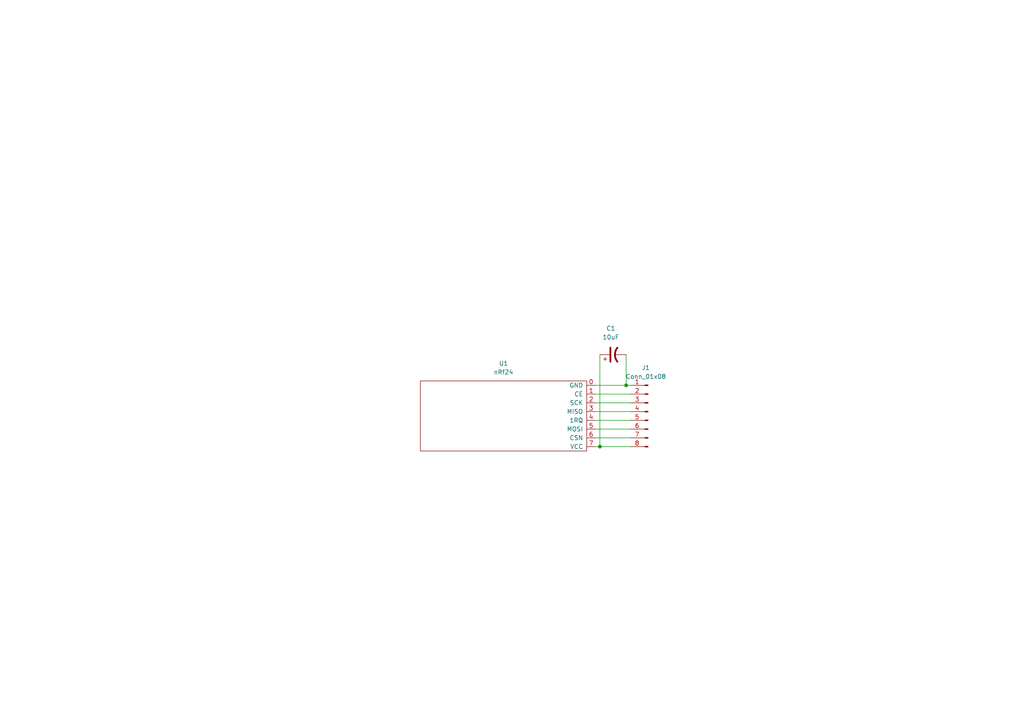
<source format=kicad_sch>
(kicad_sch
	(version 20241209)
	(generator "eeschema")
	(generator_version "9.0")
	(uuid "a747b374-554c-4b88-8bb6-64e406b1d65b")
	(paper "A4")
	(lib_symbols
		(symbol "Connector:Conn_01x08_Pin"
			(pin_names
				(offset 1.016)
				(hide yes)
			)
			(exclude_from_sim no)
			(in_bom yes)
			(on_board yes)
			(property "Reference" "J"
				(at 0 10.16 0)
				(effects
					(font
						(size 1.27 1.27)
					)
				)
			)
			(property "Value" "Conn_01x08_Pin"
				(at 0 -12.7 0)
				(effects
					(font
						(size 1.27 1.27)
					)
				)
			)
			(property "Footprint" ""
				(at 0 0 0)
				(effects
					(font
						(size 1.27 1.27)
					)
					(hide yes)
				)
			)
			(property "Datasheet" "~"
				(at 0 0 0)
				(effects
					(font
						(size 1.27 1.27)
					)
					(hide yes)
				)
			)
			(property "Description" "Generic connector, single row, 01x08, script generated"
				(at 0 0 0)
				(effects
					(font
						(size 1.27 1.27)
					)
					(hide yes)
				)
			)
			(property "ki_locked" ""
				(at 0 0 0)
				(effects
					(font
						(size 1.27 1.27)
					)
				)
			)
			(property "ki_keywords" "connector"
				(at 0 0 0)
				(effects
					(font
						(size 1.27 1.27)
					)
					(hide yes)
				)
			)
			(property "ki_fp_filters" "Connector*:*_1x??_*"
				(at 0 0 0)
				(effects
					(font
						(size 1.27 1.27)
					)
					(hide yes)
				)
			)
			(symbol "Conn_01x08_Pin_1_1"
				(rectangle
					(start 0.8636 7.747)
					(end 0 7.493)
					(stroke
						(width 0.1524)
						(type default)
					)
					(fill
						(type outline)
					)
				)
				(rectangle
					(start 0.8636 5.207)
					(end 0 4.953)
					(stroke
						(width 0.1524)
						(type default)
					)
					(fill
						(type outline)
					)
				)
				(rectangle
					(start 0.8636 2.667)
					(end 0 2.413)
					(stroke
						(width 0.1524)
						(type default)
					)
					(fill
						(type outline)
					)
				)
				(rectangle
					(start 0.8636 0.127)
					(end 0 -0.127)
					(stroke
						(width 0.1524)
						(type default)
					)
					(fill
						(type outline)
					)
				)
				(rectangle
					(start 0.8636 -2.413)
					(end 0 -2.667)
					(stroke
						(width 0.1524)
						(type default)
					)
					(fill
						(type outline)
					)
				)
				(rectangle
					(start 0.8636 -4.953)
					(end 0 -5.207)
					(stroke
						(width 0.1524)
						(type default)
					)
					(fill
						(type outline)
					)
				)
				(rectangle
					(start 0.8636 -7.493)
					(end 0 -7.747)
					(stroke
						(width 0.1524)
						(type default)
					)
					(fill
						(type outline)
					)
				)
				(rectangle
					(start 0.8636 -10.033)
					(end 0 -10.287)
					(stroke
						(width 0.1524)
						(type default)
					)
					(fill
						(type outline)
					)
				)
				(polyline
					(pts
						(xy 1.27 7.62) (xy 0.8636 7.62)
					)
					(stroke
						(width 0.1524)
						(type default)
					)
					(fill
						(type none)
					)
				)
				(polyline
					(pts
						(xy 1.27 5.08) (xy 0.8636 5.08)
					)
					(stroke
						(width 0.1524)
						(type default)
					)
					(fill
						(type none)
					)
				)
				(polyline
					(pts
						(xy 1.27 2.54) (xy 0.8636 2.54)
					)
					(stroke
						(width 0.1524)
						(type default)
					)
					(fill
						(type none)
					)
				)
				(polyline
					(pts
						(xy 1.27 0) (xy 0.8636 0)
					)
					(stroke
						(width 0.1524)
						(type default)
					)
					(fill
						(type none)
					)
				)
				(polyline
					(pts
						(xy 1.27 -2.54) (xy 0.8636 -2.54)
					)
					(stroke
						(width 0.1524)
						(type default)
					)
					(fill
						(type none)
					)
				)
				(polyline
					(pts
						(xy 1.27 -5.08) (xy 0.8636 -5.08)
					)
					(stroke
						(width 0.1524)
						(type default)
					)
					(fill
						(type none)
					)
				)
				(polyline
					(pts
						(xy 1.27 -7.62) (xy 0.8636 -7.62)
					)
					(stroke
						(width 0.1524)
						(type default)
					)
					(fill
						(type none)
					)
				)
				(polyline
					(pts
						(xy 1.27 -10.16) (xy 0.8636 -10.16)
					)
					(stroke
						(width 0.1524)
						(type default)
					)
					(fill
						(type none)
					)
				)
				(pin passive line
					(at 5.08 7.62 180)
					(length 3.81)
					(name "Pin_1"
						(effects
							(font
								(size 1.27 1.27)
							)
						)
					)
					(number "1"
						(effects
							(font
								(size 1.27 1.27)
							)
						)
					)
				)
				(pin passive line
					(at 5.08 5.08 180)
					(length 3.81)
					(name "Pin_2"
						(effects
							(font
								(size 1.27 1.27)
							)
						)
					)
					(number "2"
						(effects
							(font
								(size 1.27 1.27)
							)
						)
					)
				)
				(pin passive line
					(at 5.08 2.54 180)
					(length 3.81)
					(name "Pin_3"
						(effects
							(font
								(size 1.27 1.27)
							)
						)
					)
					(number "3"
						(effects
							(font
								(size 1.27 1.27)
							)
						)
					)
				)
				(pin passive line
					(at 5.08 0 180)
					(length 3.81)
					(name "Pin_4"
						(effects
							(font
								(size 1.27 1.27)
							)
						)
					)
					(number "4"
						(effects
							(font
								(size 1.27 1.27)
							)
						)
					)
				)
				(pin passive line
					(at 5.08 -2.54 180)
					(length 3.81)
					(name "Pin_5"
						(effects
							(font
								(size 1.27 1.27)
							)
						)
					)
					(number "5"
						(effects
							(font
								(size 1.27 1.27)
							)
						)
					)
				)
				(pin passive line
					(at 5.08 -5.08 180)
					(length 3.81)
					(name "Pin_6"
						(effects
							(font
								(size 1.27 1.27)
							)
						)
					)
					(number "6"
						(effects
							(font
								(size 1.27 1.27)
							)
						)
					)
				)
				(pin passive line
					(at 5.08 -7.62 180)
					(length 3.81)
					(name "Pin_7"
						(effects
							(font
								(size 1.27 1.27)
							)
						)
					)
					(number "7"
						(effects
							(font
								(size 1.27 1.27)
							)
						)
					)
				)
				(pin passive line
					(at 5.08 -10.16 180)
					(length 3.81)
					(name "Pin_8"
						(effects
							(font
								(size 1.27 1.27)
							)
						)
					)
					(number "8"
						(effects
							(font
								(size 1.27 1.27)
							)
						)
					)
				)
			)
			(embedded_fonts no)
		)
		(symbol "Device:C_Polarized_US"
			(pin_numbers
				(hide yes)
			)
			(pin_names
				(offset 0.254)
				(hide yes)
			)
			(exclude_from_sim no)
			(in_bom yes)
			(on_board yes)
			(property "Reference" "C"
				(at 0.635 2.54 0)
				(effects
					(font
						(size 1.27 1.27)
					)
					(justify left)
				)
			)
			(property "Value" "C_Polarized_US"
				(at 0.635 -2.54 0)
				(effects
					(font
						(size 1.27 1.27)
					)
					(justify left)
				)
			)
			(property "Footprint" ""
				(at 0 0 0)
				(effects
					(font
						(size 1.27 1.27)
					)
					(hide yes)
				)
			)
			(property "Datasheet" "~"
				(at 0 0 0)
				(effects
					(font
						(size 1.27 1.27)
					)
					(hide yes)
				)
			)
			(property "Description" "Polarized capacitor, US symbol"
				(at 0 0 0)
				(effects
					(font
						(size 1.27 1.27)
					)
					(hide yes)
				)
			)
			(property "ki_keywords" "cap capacitor"
				(at 0 0 0)
				(effects
					(font
						(size 1.27 1.27)
					)
					(hide yes)
				)
			)
			(property "ki_fp_filters" "CP_*"
				(at 0 0 0)
				(effects
					(font
						(size 1.27 1.27)
					)
					(hide yes)
				)
			)
			(symbol "C_Polarized_US_0_1"
				(polyline
					(pts
						(xy -2.032 0.762) (xy 2.032 0.762)
					)
					(stroke
						(width 0.508)
						(type default)
					)
					(fill
						(type none)
					)
				)
				(polyline
					(pts
						(xy -1.778 2.286) (xy -0.762 2.286)
					)
					(stroke
						(width 0)
						(type default)
					)
					(fill
						(type none)
					)
				)
				(polyline
					(pts
						(xy -1.27 1.778) (xy -1.27 2.794)
					)
					(stroke
						(width 0)
						(type default)
					)
					(fill
						(type none)
					)
				)
				(arc
					(start -2.032 -1.27)
					(mid 0 -0.5572)
					(end 2.032 -1.27)
					(stroke
						(width 0.508)
						(type default)
					)
					(fill
						(type none)
					)
				)
			)
			(symbol "C_Polarized_US_1_1"
				(pin passive line
					(at 0 3.81 270)
					(length 2.794)
					(name "~"
						(effects
							(font
								(size 1.27 1.27)
							)
						)
					)
					(number "1"
						(effects
							(font
								(size 1.27 1.27)
							)
						)
					)
				)
				(pin passive line
					(at 0 -3.81 90)
					(length 3.302)
					(name "~"
						(effects
							(font
								(size 1.27 1.27)
							)
						)
					)
					(number "2"
						(effects
							(font
								(size 1.27 1.27)
							)
						)
					)
				)
			)
			(embedded_fonts no)
		)
		(symbol "Newparts:My_nRF24"
			(pin_names
				(offset 1.016)
			)
			(exclude_from_sim no)
			(in_bom yes)
			(on_board yes)
			(property "Reference" "U"
				(at 20.828 -9.906 0)
				(effects
					(font
						(size 1.27 1.27)
					)
				)
			)
			(property "Value" "nRf24"
				(at 20.828 23.114 0)
				(effects
					(font
						(size 1.27 1.27)
					)
				)
			)
			(property "Footprint" ""
				(at 0 0 0)
				(effects
					(font
						(size 1.27 1.27)
					)
					(hide yes)
				)
			)
			(property "Datasheet" ""
				(at 0 0 0)
				(effects
					(font
						(size 1.27 1.27)
					)
					(hide yes)
				)
			)
			(property "Description" ""
				(at 0 0 0)
				(effects
					(font
						(size 1.27 1.27)
					)
					(hide yes)
				)
			)
			(symbol "My_nRF24_0_1"
				(rectangle
					(start -2.54 21.59)
					(end 45.72 1.27)
					(stroke
						(width 0)
						(type default)
					)
					(fill
						(type none)
					)
				)
			)
			(symbol "My_nRF24_1_1"
				(pin input line
					(at 48.26 20.32 180)
					(length 2.54)
					(name "GND"
						(effects
							(font
								(size 1.27 1.27)
							)
						)
					)
					(number "0"
						(effects
							(font
								(size 1.27 1.27)
							)
						)
					)
				)
				(pin input line
					(at 48.26 17.78 180)
					(length 2.54)
					(name "CE"
						(effects
							(font
								(size 1.27 1.27)
							)
						)
					)
					(number "1"
						(effects
							(font
								(size 1.27 1.27)
							)
						)
					)
				)
				(pin input line
					(at 48.26 15.24 180)
					(length 2.54)
					(name "SCK"
						(effects
							(font
								(size 1.27 1.27)
							)
						)
					)
					(number "2"
						(effects
							(font
								(size 1.27 1.27)
							)
						)
					)
				)
				(pin input line
					(at 48.26 12.7 180)
					(length 2.54)
					(name "MISO"
						(effects
							(font
								(size 1.27 1.27)
							)
						)
					)
					(number "3"
						(effects
							(font
								(size 1.27 1.27)
							)
						)
					)
				)
				(pin input line
					(at 48.26 10.16 180)
					(length 2.54)
					(name "1RQ"
						(effects
							(font
								(size 1.27 1.27)
							)
						)
					)
					(number "4"
						(effects
							(font
								(size 1.27 1.27)
							)
						)
					)
				)
				(pin input line
					(at 48.26 7.62 180)
					(length 2.54)
					(name "MOSI"
						(effects
							(font
								(size 1.27 1.27)
							)
						)
					)
					(number "5"
						(effects
							(font
								(size 1.27 1.27)
							)
						)
					)
				)
				(pin input line
					(at 48.26 5.08 180)
					(length 2.54)
					(name "CSN"
						(effects
							(font
								(size 1.27 1.27)
							)
						)
					)
					(number "6"
						(effects
							(font
								(size 1.27 1.27)
							)
						)
					)
				)
				(pin input line
					(at 48.26 2.54 180)
					(length 2.54)
					(name "VCC"
						(effects
							(font
								(size 1.27 1.27)
							)
						)
					)
					(number "7"
						(effects
							(font
								(size 1.27 1.27)
							)
						)
					)
				)
			)
			(embedded_fonts no)
		)
	)
	(junction
		(at 181.61 111.76)
		(diameter 0)
		(color 0 0 0 0)
		(uuid "1b429852-61d5-4358-a1ba-003c9aa46054")
	)
	(junction
		(at 173.99 129.54)
		(diameter 0)
		(color 0 0 0 0)
		(uuid "8543f5cc-78c2-4503-884b-e67410d819fe")
	)
	(wire
		(pts
			(xy 173.99 129.54) (xy 182.88 129.54)
		)
		(stroke
			(width 0)
			(type default)
		)
		(uuid "1212e24b-a43f-4776-acb6-19761b2232f9")
	)
	(wire
		(pts
			(xy 172.72 124.46) (xy 182.88 124.46)
		)
		(stroke
			(width 0)
			(type default)
		)
		(uuid "277ab85c-eeb7-45e7-98f1-cce1240d3cab")
	)
	(wire
		(pts
			(xy 172.72 111.76) (xy 181.61 111.76)
		)
		(stroke
			(width 0)
			(type default)
		)
		(uuid "27d7a131-2a42-469e-9c35-04d8b47d72d4")
	)
	(wire
		(pts
			(xy 173.99 102.87) (xy 173.99 129.54)
		)
		(stroke
			(width 0)
			(type default)
		)
		(uuid "3382f6cf-565e-4cc3-9a0d-97802a6323a1")
	)
	(wire
		(pts
			(xy 172.72 121.92) (xy 182.88 121.92)
		)
		(stroke
			(width 0)
			(type default)
		)
		(uuid "41df500d-ca80-4b33-830b-81afc5f9834a")
	)
	(wire
		(pts
			(xy 172.72 119.38) (xy 182.88 119.38)
		)
		(stroke
			(width 0)
			(type default)
		)
		(uuid "454bbfc3-18e7-4ad7-aebf-f8d3ad6c3d8b")
	)
	(wire
		(pts
			(xy 181.61 111.76) (xy 182.88 111.76)
		)
		(stroke
			(width 0)
			(type default)
		)
		(uuid "560aa9a5-11b2-4029-9ee6-06bb46b56dc4")
	)
	(wire
		(pts
			(xy 172.72 114.3) (xy 182.88 114.3)
		)
		(stroke
			(width 0)
			(type default)
		)
		(uuid "9a59fe44-d51f-4300-b57b-dc5704a31f41")
	)
	(wire
		(pts
			(xy 172.72 116.84) (xy 182.88 116.84)
		)
		(stroke
			(width 0)
			(type default)
		)
		(uuid "cf6ee8cf-27bb-4060-9203-860c0067986f")
	)
	(wire
		(pts
			(xy 181.61 102.87) (xy 181.61 111.76)
		)
		(stroke
			(width 0)
			(type default)
		)
		(uuid "d832bc17-2ec3-44c8-b533-789200d91262")
	)
	(wire
		(pts
			(xy 172.72 129.54) (xy 173.99 129.54)
		)
		(stroke
			(width 0)
			(type default)
		)
		(uuid "da8d4847-31e7-4cec-9c2a-ba9cc38bf0f5")
	)
	(wire
		(pts
			(xy 172.72 127) (xy 182.88 127)
		)
		(stroke
			(width 0)
			(type default)
		)
		(uuid "e9c72048-9607-49c9-9340-efc6c6a4daad")
	)
	(symbol
		(lib_id "Connector:Conn_01x08_Pin")
		(at 187.96 119.38 0)
		(mirror y)
		(unit 1)
		(exclude_from_sim no)
		(in_bom yes)
		(on_board yes)
		(dnp no)
		(uuid "7c3ea47c-ecfb-40dc-918d-b09302b9640b")
		(property "Reference" "J1"
			(at 187.325 106.68 0)
			(effects
				(font
					(size 1.27 1.27)
				)
			)
		)
		(property "Value" "Conn_01x08"
			(at 187.325 109.22 0)
			(effects
				(font
					(size 1.27 1.27)
				)
			)
		)
		(property "Footprint" "Connector_PinSocket_2.54mm:PinSocket_1x08_P2.54mm_Vertical"
			(at 187.96 119.38 0)
			(effects
				(font
					(size 1.27 1.27)
				)
				(hide yes)
			)
		)
		(property "Datasheet" "~"
			(at 187.96 119.38 0)
			(effects
				(font
					(size 1.27 1.27)
				)
				(hide yes)
			)
		)
		(property "Description" "Generic connector, single row, 01x08, script generated"
			(at 187.96 119.38 0)
			(effects
				(font
					(size 1.27 1.27)
				)
				(hide yes)
			)
		)
		(pin "8"
			(uuid "0c1ff513-03e9-47d5-935a-ed0bf2cea5e9")
		)
		(pin "7"
			(uuid "4eff318a-48a7-45f7-95c3-11f5126adbaf")
		)
		(pin "4"
			(uuid "d5a642d2-8ee5-46fa-8554-6dc658e2818d")
		)
		(pin "5"
			(uuid "c9fbb3e6-3119-4769-bfea-11bb05c96a34")
		)
		(pin "1"
			(uuid "e5dcd428-8e8c-4b86-98f8-b09abf2b6970")
		)
		(pin "6"
			(uuid "616be994-713b-453a-846d-db987617f3db")
		)
		(pin "3"
			(uuid "5aa6b36a-5b87-45d6-9a73-f4f71d4c7191")
		)
		(pin "2"
			(uuid "02174f1d-9ba7-455e-b38e-579b132677cc")
		)
		(instances
			(project ""
				(path "/a747b374-554c-4b88-8bb6-64e406b1d65b"
					(reference "J1")
					(unit 1)
				)
			)
		)
	)
	(symbol
		(lib_id "Device:C_Polarized_US")
		(at 177.8 102.87 90)
		(unit 1)
		(exclude_from_sim no)
		(in_bom yes)
		(on_board yes)
		(dnp no)
		(uuid "9aaf012c-5f13-4bd9-a152-8e2f5683a613")
		(property "Reference" "C1"
			(at 177.165 95.25 90)
			(effects
				(font
					(size 1.27 1.27)
				)
			)
		)
		(property "Value" "10uF"
			(at 177.165 97.79 90)
			(effects
				(font
					(size 1.27 1.27)
				)
			)
		)
		(property "Footprint" "Capacitor_THT:CP_Radial_D10.0mm_P5.00mm"
			(at 177.8 102.87 0)
			(effects
				(font
					(size 1.27 1.27)
				)
				(hide yes)
			)
		)
		(property "Datasheet" "~"
			(at 177.8 102.87 0)
			(effects
				(font
					(size 1.27 1.27)
				)
				(hide yes)
			)
		)
		(property "Description" "Polarized capacitor, US symbol"
			(at 177.8 102.87 0)
			(effects
				(font
					(size 1.27 1.27)
				)
				(hide yes)
			)
		)
		(pin "2"
			(uuid "bb7db92d-268e-4029-9997-413103a91fd1")
		)
		(pin "1"
			(uuid "1d5851d2-182a-4473-90f6-dd814795930b")
		)
		(instances
			(project ""
				(path "/a747b374-554c-4b88-8bb6-64e406b1d65b"
					(reference "C1")
					(unit 1)
				)
			)
		)
	)
	(symbol
		(lib_id "Newparts:My_nRF24")
		(at 124.46 132.08 0)
		(unit 1)
		(exclude_from_sim no)
		(in_bom yes)
		(on_board yes)
		(dnp no)
		(fields_autoplaced yes)
		(uuid "e7c98a78-0315-40ce-91c9-b8066c61dfd1")
		(property "Reference" "U1"
			(at 146.05 105.41 0)
			(effects
				(font
					(size 1.27 1.27)
				)
			)
		)
		(property "Value" "nRf24"
			(at 146.05 107.95 0)
			(effects
				(font
					(size 1.27 1.27)
				)
			)
		)
		(property "Footprint" "nRF24 FOOTPRINT LIBRARY:nRF24 FOOTPRINT"
			(at 124.46 132.08 0)
			(effects
				(font
					(size 1.27 1.27)
				)
				(hide yes)
			)
		)
		(property "Datasheet" ""
			(at 124.46 132.08 0)
			(effects
				(font
					(size 1.27 1.27)
				)
				(hide yes)
			)
		)
		(property "Description" ""
			(at 124.46 132.08 0)
			(effects
				(font
					(size 1.27 1.27)
				)
				(hide yes)
			)
		)
		(pin "7"
			(uuid "854b129e-d1b9-40ae-9afa-2f86f22a80b1")
		)
		(pin "1"
			(uuid "92c4d336-731f-4992-87d6-b786c54ffd60")
		)
		(pin "2"
			(uuid "471911b9-db95-4e00-b0ee-152d8d552926")
		)
		(pin "3"
			(uuid "de2f282a-40c4-4445-9d5f-4779f7c8caa8")
		)
		(pin "4"
			(uuid "dc1f13b8-786d-4897-bd82-f455c33cfcf6")
		)
		(pin "5"
			(uuid "a84735ab-908f-4b6c-8615-eb2ce4e45679")
		)
		(pin "6"
			(uuid "04cb6adb-09e7-4ff2-aa2a-ba0c7878291c")
		)
		(pin "0"
			(uuid "e2cb5e29-b863-4f85-9bb5-976c6518768f")
		)
		(instances
			(project ""
				(path "/a747b374-554c-4b88-8bb6-64e406b1d65b"
					(reference "U1")
					(unit 1)
				)
			)
		)
	)
	(sheet_instances
		(path "/"
			(page "1")
		)
	)
	(embedded_fonts no)
)

</source>
